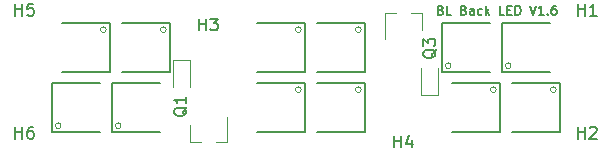
<source format=gbr>
G04 #@! TF.GenerationSoftware,KiCad,Pcbnew,(5.1.4)-1*
G04 #@! TF.CreationDate,2020-10-23T12:02:29-10:00*
G04 #@! TF.ProjectId,SkateLightBackLEDBoard,536b6174-654c-4696-9768-744261636b4c,rev?*
G04 #@! TF.SameCoordinates,Original*
G04 #@! TF.FileFunction,Legend,Top*
G04 #@! TF.FilePolarity,Positive*
%FSLAX46Y46*%
G04 Gerber Fmt 4.6, Leading zero omitted, Abs format (unit mm)*
G04 Created by KiCad (PCBNEW (5.1.4)-1) date 2020-10-23 12:02:29*
%MOMM*%
%LPD*%
G04 APERTURE LIST*
%ADD10C,0.127000*%
%ADD11C,0.120000*%
%ADD12C,0.200000*%
%ADD13C,0.100000*%
%ADD14C,0.150000*%
G04 APERTURE END LIST*
D10*
X11446571Y5724428D02*
X11555428Y5688142D01*
X11591714Y5651857D01*
X11628000Y5579285D01*
X11628000Y5470428D01*
X11591714Y5397857D01*
X11555428Y5361571D01*
X11482857Y5325285D01*
X11192571Y5325285D01*
X11192571Y6087285D01*
X11446571Y6087285D01*
X11519142Y6051000D01*
X11555428Y6014714D01*
X11591714Y5942142D01*
X11591714Y5869571D01*
X11555428Y5797000D01*
X11519142Y5760714D01*
X11446571Y5724428D01*
X11192571Y5724428D01*
X12317428Y5325285D02*
X11954571Y5325285D01*
X11954571Y6087285D01*
X13406000Y5724428D02*
X13514857Y5688142D01*
X13551142Y5651857D01*
X13587428Y5579285D01*
X13587428Y5470428D01*
X13551142Y5397857D01*
X13514857Y5361571D01*
X13442285Y5325285D01*
X13152000Y5325285D01*
X13152000Y6087285D01*
X13406000Y6087285D01*
X13478571Y6051000D01*
X13514857Y6014714D01*
X13551142Y5942142D01*
X13551142Y5869571D01*
X13514857Y5797000D01*
X13478571Y5760714D01*
X13406000Y5724428D01*
X13152000Y5724428D01*
X14240571Y5325285D02*
X14240571Y5724428D01*
X14204285Y5797000D01*
X14131714Y5833285D01*
X13986571Y5833285D01*
X13914000Y5797000D01*
X14240571Y5361571D02*
X14168000Y5325285D01*
X13986571Y5325285D01*
X13914000Y5361571D01*
X13877714Y5434142D01*
X13877714Y5506714D01*
X13914000Y5579285D01*
X13986571Y5615571D01*
X14168000Y5615571D01*
X14240571Y5651857D01*
X14930000Y5361571D02*
X14857428Y5325285D01*
X14712285Y5325285D01*
X14639714Y5361571D01*
X14603428Y5397857D01*
X14567142Y5470428D01*
X14567142Y5688142D01*
X14603428Y5760714D01*
X14639714Y5797000D01*
X14712285Y5833285D01*
X14857428Y5833285D01*
X14930000Y5797000D01*
X15256571Y5325285D02*
X15256571Y6087285D01*
X15329142Y5615571D02*
X15546857Y5325285D01*
X15546857Y5833285D02*
X15256571Y5543000D01*
X16816857Y5325285D02*
X16454000Y5325285D01*
X16454000Y6087285D01*
X17070857Y5724428D02*
X17324857Y5724428D01*
X17433714Y5325285D02*
X17070857Y5325285D01*
X17070857Y6087285D01*
X17433714Y6087285D01*
X17760285Y5325285D02*
X17760285Y6087285D01*
X17941714Y6087285D01*
X18050571Y6051000D01*
X18123142Y5978428D01*
X18159428Y5905857D01*
X18195714Y5760714D01*
X18195714Y5651857D01*
X18159428Y5506714D01*
X18123142Y5434142D01*
X18050571Y5361571D01*
X17941714Y5325285D01*
X17760285Y5325285D01*
X18994000Y6087285D02*
X19248000Y5325285D01*
X19502000Y6087285D01*
X20155142Y5325285D02*
X19719714Y5325285D01*
X19937428Y5325285D02*
X19937428Y6087285D01*
X19864857Y5978428D01*
X19792285Y5905857D01*
X19719714Y5869571D01*
X20481714Y5397857D02*
X20518000Y5361571D01*
X20481714Y5325285D01*
X20445428Y5361571D01*
X20481714Y5397857D01*
X20481714Y5325285D01*
X21171142Y6087285D02*
X21026000Y6087285D01*
X20953428Y6051000D01*
X20917142Y6014714D01*
X20844571Y5905857D01*
X20808285Y5760714D01*
X20808285Y5470428D01*
X20844571Y5397857D01*
X20880857Y5361571D01*
X20953428Y5325285D01*
X21098571Y5325285D01*
X21171142Y5361571D01*
X21207428Y5397857D01*
X21243714Y5470428D01*
X21243714Y5651857D01*
X21207428Y5724428D01*
X21171142Y5760714D01*
X21098571Y5797000D01*
X20953428Y5797000D01*
X20880857Y5760714D01*
X20844571Y5724428D01*
X20808285Y5651857D01*
D11*
X-15635869Y-4064000D02*
G75*
G03X-15635869Y-4064000I-244131J0D01*
G01*
D12*
X-16420000Y-4615000D02*
X-12370000Y-4615000D01*
X-16420000Y-465000D02*
X-16420000Y-4615000D01*
X-12370000Y-465000D02*
X-16420000Y-465000D01*
D11*
X17384131Y1016000D02*
G75*
G03X17384131Y1016000I-244131J0D01*
G01*
D12*
X16600000Y465000D02*
X20650000Y465000D01*
X16600000Y4615000D02*
X16600000Y465000D01*
X20650000Y4615000D02*
X16600000Y4615000D01*
D11*
X-16895869Y4064000D02*
G75*
G03X-16895869Y4064000I-244131J0D01*
G01*
D12*
X-16600000Y4615000D02*
X-20650000Y4615000D01*
X-16600000Y465000D02*
X-16600000Y4615000D01*
X-20650000Y465000D02*
X-16600000Y465000D01*
D11*
X9835000Y5459000D02*
X9835000Y3999000D01*
X6675000Y5459000D02*
X6675000Y3299000D01*
X6675000Y5459000D02*
X7605000Y5459000D01*
X9835000Y5459000D02*
X8905000Y5459000D01*
X-9835000Y-5459000D02*
X-9835000Y-3999000D01*
X-6675000Y-5459000D02*
X-6675000Y-3299000D01*
X-6675000Y-5459000D02*
X-7605000Y-5459000D01*
X-9835000Y-5459000D02*
X-8905000Y-5459000D01*
D13*
X-5510660Y-106440D02*
G75*
G03X-5510660Y-106440I-50000J0D01*
G01*
X-6526660Y-106440D02*
G75*
G03X-6526660Y-106440I-50000J0D01*
G01*
D11*
X-20715869Y-4064000D02*
G75*
G03X-20715869Y-4064000I-244131J0D01*
G01*
D12*
X-21500000Y-4615000D02*
X-17450000Y-4615000D01*
X-21500000Y-465000D02*
X-21500000Y-4615000D01*
X-17450000Y-465000D02*
X-21500000Y-465000D01*
D11*
X-11815869Y4064000D02*
G75*
G03X-11815869Y4064000I-244131J0D01*
G01*
D12*
X-11520000Y4615000D02*
X-15570000Y4615000D01*
X-11520000Y465000D02*
X-11520000Y4615000D01*
X-15570000Y465000D02*
X-11520000Y465000D01*
D11*
X-385869Y4064000D02*
G75*
G03X-385869Y4064000I-244131J0D01*
G01*
D12*
X-90000Y4615000D02*
X-4140000Y4615000D01*
X-90000Y465000D02*
X-90000Y4615000D01*
X-4140000Y465000D02*
X-90000Y465000D01*
D11*
X4694131Y4064000D02*
G75*
G03X4694131Y4064000I-244131J0D01*
G01*
D12*
X4990000Y4615000D02*
X940000Y4615000D01*
X4990000Y465000D02*
X4990000Y4615000D01*
X940000Y465000D02*
X4990000Y465000D01*
D11*
X-385869Y-1016000D02*
G75*
G03X-385869Y-1016000I-244131J0D01*
G01*
D12*
X-90000Y-465000D02*
X-4140000Y-465000D01*
X-90000Y-4615000D02*
X-90000Y-465000D01*
X-4140000Y-4615000D02*
X-90000Y-4615000D01*
D11*
X4694131Y-1016000D02*
G75*
G03X4694131Y-1016000I-244131J0D01*
G01*
D12*
X4990000Y-465000D02*
X940000Y-465000D01*
X4990000Y-4615000D02*
X4990000Y-465000D01*
X940000Y-4615000D02*
X4990000Y-4615000D01*
D11*
X16124131Y-1016000D02*
G75*
G03X16124131Y-1016000I-244131J0D01*
G01*
D12*
X16420000Y-465000D02*
X12370000Y-465000D01*
X16420000Y-4615000D02*
X16420000Y-465000D01*
X12370000Y-4615000D02*
X16420000Y-4615000D01*
D11*
X21204131Y-1016000D02*
G75*
G03X21204131Y-1016000I-244131J0D01*
G01*
D12*
X21500000Y-465000D02*
X17450000Y-465000D01*
X21500000Y-4615000D02*
X21500000Y-465000D01*
X17450000Y-4615000D02*
X21500000Y-4615000D01*
D11*
X12304131Y1016000D02*
G75*
G03X12304131Y1016000I-244131J0D01*
G01*
D12*
X11520000Y465000D02*
X15570000Y465000D01*
X11520000Y4615000D02*
X11520000Y465000D01*
X15570000Y4615000D02*
X11520000Y4615000D01*
D11*
X-11235000Y1485000D02*
X-11235000Y-800000D01*
X-9765000Y1485000D02*
X-11235000Y1485000D01*
X-9765000Y-800000D02*
X-9765000Y1485000D01*
X11235000Y-1485000D02*
X11235000Y800000D01*
X9765000Y-1485000D02*
X11235000Y-1485000D01*
X9765000Y800000D02*
X9765000Y-1485000D01*
D14*
X7493095Y-5905380D02*
X7493095Y-4905380D01*
X7493095Y-5381571D02*
X8064523Y-5381571D01*
X8064523Y-5905380D02*
X8064523Y-4905380D01*
X8969285Y-5238714D02*
X8969285Y-5905380D01*
X8731190Y-4857761D02*
X8493095Y-5572047D01*
X9112142Y-5572047D01*
X-9016904Y4000619D02*
X-9016904Y5000619D01*
X-9016904Y4524428D02*
X-8445476Y4524428D01*
X-8445476Y4000619D02*
X-8445476Y5000619D01*
X-8064523Y5000619D02*
X-7445476Y5000619D01*
X-7778809Y4619666D01*
X-7635952Y4619666D01*
X-7540714Y4572047D01*
X-7493095Y4524428D01*
X-7445476Y4429190D01*
X-7445476Y4191095D01*
X-7493095Y4095857D01*
X-7540714Y4048238D01*
X-7635952Y4000619D01*
X-7921666Y4000619D01*
X-8016904Y4048238D01*
X-8064523Y4095857D01*
X23050595Y5254619D02*
X23050595Y6254619D01*
X23050595Y5778428D02*
X23622023Y5778428D01*
X23622023Y5254619D02*
X23622023Y6254619D01*
X24622023Y5254619D02*
X24050595Y5254619D01*
X24336309Y5254619D02*
X24336309Y6254619D01*
X24241071Y6111761D01*
X24145833Y6016523D01*
X24050595Y5968904D01*
X23050595Y-5159380D02*
X23050595Y-4159380D01*
X23050595Y-4635571D02*
X23622023Y-4635571D01*
X23622023Y-5159380D02*
X23622023Y-4159380D01*
X24050595Y-4254619D02*
X24098214Y-4207000D01*
X24193452Y-4159380D01*
X24431547Y-4159380D01*
X24526785Y-4207000D01*
X24574404Y-4254619D01*
X24622023Y-4349857D01*
X24622023Y-4445095D01*
X24574404Y-4587952D01*
X24002976Y-5159380D01*
X24622023Y-5159380D01*
X-24574404Y5254619D02*
X-24574404Y6254619D01*
X-24574404Y5778428D02*
X-24002976Y5778428D01*
X-24002976Y5254619D02*
X-24002976Y6254619D01*
X-23050595Y6254619D02*
X-23526785Y6254619D01*
X-23574404Y5778428D01*
X-23526785Y5826047D01*
X-23431547Y5873666D01*
X-23193452Y5873666D01*
X-23098214Y5826047D01*
X-23050595Y5778428D01*
X-23002976Y5683190D01*
X-23002976Y5445095D01*
X-23050595Y5349857D01*
X-23098214Y5302238D01*
X-23193452Y5254619D01*
X-23431547Y5254619D01*
X-23526785Y5302238D01*
X-23574404Y5349857D01*
X-24574404Y-5159380D02*
X-24574404Y-4159380D01*
X-24574404Y-4635571D02*
X-24002976Y-4635571D01*
X-24002976Y-5159380D02*
X-24002976Y-4159380D01*
X-23098214Y-4159380D02*
X-23288690Y-4159380D01*
X-23383928Y-4207000D01*
X-23431547Y-4254619D01*
X-23526785Y-4397476D01*
X-23574404Y-4587952D01*
X-23574404Y-4968904D01*
X-23526785Y-5064142D01*
X-23479166Y-5111761D01*
X-23383928Y-5159380D01*
X-23193452Y-5159380D01*
X-23098214Y-5111761D01*
X-23050595Y-5064142D01*
X-23002976Y-4968904D01*
X-23002976Y-4730809D01*
X-23050595Y-4635571D01*
X-23098214Y-4587952D01*
X-23193452Y-4540333D01*
X-23383928Y-4540333D01*
X-23479166Y-4587952D01*
X-23526785Y-4635571D01*
X-23574404Y-4730809D01*
X-10052380Y-2495238D02*
X-10100000Y-2590476D01*
X-10195238Y-2685714D01*
X-10338095Y-2828571D01*
X-10385714Y-2923809D01*
X-10385714Y-3019047D01*
X-10147619Y-2971428D02*
X-10195238Y-3066666D01*
X-10290476Y-3161904D01*
X-10480952Y-3209523D01*
X-10814285Y-3209523D01*
X-11004761Y-3161904D01*
X-11100000Y-3066666D01*
X-11147619Y-2971428D01*
X-11147619Y-2780952D01*
X-11100000Y-2685714D01*
X-11004761Y-2590476D01*
X-10814285Y-2542857D01*
X-10480952Y-2542857D01*
X-10290476Y-2590476D01*
X-10195238Y-2685714D01*
X-10147619Y-2780952D01*
X-10147619Y-2971428D01*
X-10147619Y-1590476D02*
X-10147619Y-2161904D01*
X-10147619Y-1876190D02*
X-11147619Y-1876190D01*
X-11004761Y-1971428D01*
X-10909523Y-2066666D01*
X-10861904Y-2161904D01*
X11047619Y2404761D02*
X11000000Y2309523D01*
X10904761Y2214285D01*
X10761904Y2071428D01*
X10714285Y1976190D01*
X10714285Y1880952D01*
X10952380Y1928571D02*
X10904761Y1833333D01*
X10809523Y1738095D01*
X10619047Y1690476D01*
X10285714Y1690476D01*
X10095238Y1738095D01*
X10000000Y1833333D01*
X9952380Y1928571D01*
X9952380Y2119047D01*
X10000000Y2214285D01*
X10095238Y2309523D01*
X10285714Y2357142D01*
X10619047Y2357142D01*
X10809523Y2309523D01*
X10904761Y2214285D01*
X10952380Y2119047D01*
X10952380Y1928571D01*
X9952380Y2690476D02*
X9952380Y3309523D01*
X10333333Y2976190D01*
X10333333Y3119047D01*
X10380952Y3214285D01*
X10428571Y3261904D01*
X10523809Y3309523D01*
X10761904Y3309523D01*
X10857142Y3261904D01*
X10904761Y3214285D01*
X10952380Y3119047D01*
X10952380Y2833333D01*
X10904761Y2738095D01*
X10857142Y2690476D01*
M02*

</source>
